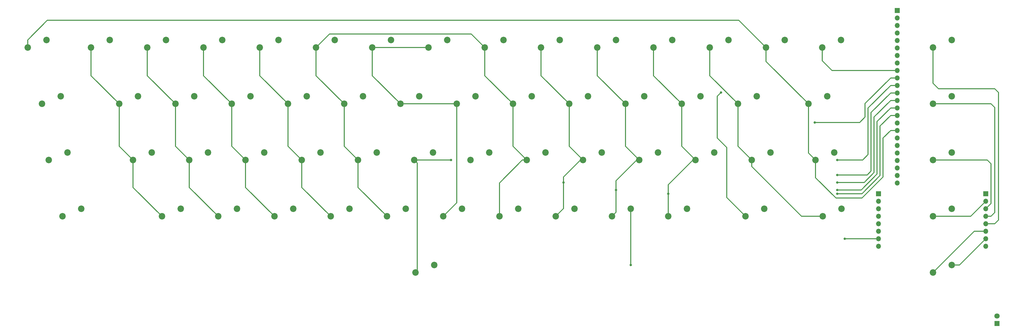
<source format=gbr>
G04 #@! TF.GenerationSoftware,KiCad,Pcbnew,(6.0.1)*
G04 #@! TF.CreationDate,2022-06-17T23:43:58+01:00*
G04 #@! TF.ProjectId,Project Helena,50726f6a-6563-4742-9048-656c656e612e,D*
G04 #@! TF.SameCoordinates,Original*
G04 #@! TF.FileFunction,Copper,L1,Top*
G04 #@! TF.FilePolarity,Positive*
%FSLAX46Y46*%
G04 Gerber Fmt 4.6, Leading zero omitted, Abs format (unit mm)*
G04 Created by KiCad (PCBNEW (6.0.1)) date 2022-06-17 23:43:58*
%MOMM*%
%LPD*%
G01*
G04 APERTURE LIST*
G04 #@! TA.AperFunction,ComponentPad*
%ADD10C,2.200000*%
G04 #@! TD*
G04 #@! TA.AperFunction,ComponentPad*
%ADD11R,1.700000X1.700000*%
G04 #@! TD*
G04 #@! TA.AperFunction,ComponentPad*
%ADD12O,1.700000X1.700000*%
G04 #@! TD*
G04 #@! TA.AperFunction,ComponentPad*
%ADD13R,1.800000X1.800000*%
G04 #@! TD*
G04 #@! TA.AperFunction,ComponentPad*
%ADD14C,1.800000*%
G04 #@! TD*
G04 #@! TA.AperFunction,ViaPad*
%ADD15C,0.800000*%
G04 #@! TD*
G04 #@! TA.AperFunction,Conductor*
%ADD16C,0.304800*%
G04 #@! TD*
G04 APERTURE END LIST*
D10*
X314960000Y-80010000D03*
X308610000Y-82550000D03*
X52959000Y-118110000D03*
X46609000Y-120650000D03*
X181610000Y-80010000D03*
X175260000Y-82550000D03*
X162560000Y-80010000D03*
X156210000Y-82550000D03*
X191135000Y-99060000D03*
X184785000Y-101600000D03*
X172085000Y-99060000D03*
X165735000Y-101600000D03*
X186563000Y-137160000D03*
X180213000Y-139700000D03*
X195834000Y-118110000D03*
X189484000Y-120650000D03*
X176784000Y-118110000D03*
X170434000Y-120650000D03*
X177165000Y-156210000D03*
X170815000Y-158750000D03*
X352425000Y-156210000D03*
X346075000Y-158750000D03*
X200660000Y-80010000D03*
X194310000Y-82550000D03*
X143510000Y-80010000D03*
X137160000Y-82550000D03*
X210185000Y-99060000D03*
X203835000Y-101600000D03*
X153035000Y-99060000D03*
X146685000Y-101600000D03*
X214884000Y-118110000D03*
X208534000Y-120650000D03*
X157734000Y-118110000D03*
X151384000Y-120650000D03*
X205613000Y-137160000D03*
X199263000Y-139700000D03*
X167513000Y-137160000D03*
X161163000Y-139700000D03*
X352425000Y-137160000D03*
X346075000Y-139700000D03*
X219710000Y-80010000D03*
X213360000Y-82550000D03*
X124460000Y-80010000D03*
X118110000Y-82550000D03*
X229235000Y-99060000D03*
X222885000Y-101600000D03*
X133985000Y-99060000D03*
X127635000Y-101600000D03*
X233934000Y-118110000D03*
X227584000Y-120650000D03*
X138684000Y-118110000D03*
X132334000Y-120650000D03*
X224663000Y-137160000D03*
X218313000Y-139700000D03*
X148463000Y-137160000D03*
X142113000Y-139700000D03*
X352425000Y-118110000D03*
X346075000Y-120650000D03*
X238760000Y-80010000D03*
X232410000Y-82550000D03*
X105410000Y-80010000D03*
X99060000Y-82550000D03*
X248285000Y-99060000D03*
X241935000Y-101600000D03*
X114935000Y-99060000D03*
X108585000Y-101600000D03*
X252984000Y-118110000D03*
X246634000Y-120650000D03*
X119634000Y-118110000D03*
X113284000Y-120650000D03*
X243713000Y-137160000D03*
X237363000Y-139700000D03*
X129413000Y-137160000D03*
X123063000Y-139700000D03*
X352425000Y-99060000D03*
X346075000Y-101600000D03*
X257810000Y-80010000D03*
X251460000Y-82550000D03*
X86360000Y-80010000D03*
X80010000Y-82550000D03*
X267335000Y-99060000D03*
X260985000Y-101600000D03*
X95885000Y-99060000D03*
X89535000Y-101600000D03*
X272034000Y-118110000D03*
X265684000Y-120650000D03*
X100584000Y-118110000D03*
X94234000Y-120650000D03*
X262763000Y-137160000D03*
X256413000Y-139700000D03*
X110363000Y-137160000D03*
X104013000Y-139700000D03*
X276860000Y-80010000D03*
X270510000Y-82550000D03*
X67310000Y-80010000D03*
X60960000Y-82550000D03*
X286385000Y-99060000D03*
X280035000Y-101600000D03*
X76835000Y-99060000D03*
X70485000Y-101600000D03*
X291084000Y-118110000D03*
X284734000Y-120650000D03*
X81534000Y-118110000D03*
X75184000Y-120650000D03*
X315087000Y-137160000D03*
X308737000Y-139700000D03*
X91313000Y-137160000D03*
X84963000Y-139700000D03*
X295910000Y-80010000D03*
X289560000Y-82550000D03*
X45847000Y-80010000D03*
X39497000Y-82550000D03*
X310261000Y-99060000D03*
X303911000Y-101600000D03*
X50673000Y-99060000D03*
X44323000Y-101600000D03*
X312674000Y-118110000D03*
X306324000Y-120650000D03*
X288925000Y-137160000D03*
X282575000Y-139700000D03*
X57658000Y-137160000D03*
X51308000Y-139700000D03*
D11*
X327660000Y-132080000D03*
D12*
X327660000Y-134620000D03*
X327660000Y-137160000D03*
X327660000Y-139700000D03*
X327660000Y-142240000D03*
X327660000Y-144780000D03*
X327660000Y-147320000D03*
X327660000Y-149860000D03*
D11*
X364000000Y-132080000D03*
D12*
X364000000Y-134620000D03*
X364000000Y-137160000D03*
X364000000Y-139700000D03*
X364000000Y-142240000D03*
X364000000Y-144780000D03*
X364000000Y-147320000D03*
X364000000Y-149860000D03*
D10*
X352425000Y-80010000D03*
X346075000Y-82550000D03*
D13*
X367820000Y-175971000D03*
D14*
X367820000Y-173431000D03*
D11*
X334000000Y-70000000D03*
D12*
X334000000Y-72540000D03*
X334000000Y-75080000D03*
X334000000Y-77620000D03*
X334000000Y-80160000D03*
X334000000Y-82700000D03*
X334000000Y-85240000D03*
X334000000Y-87780000D03*
X334000000Y-90320000D03*
X334000000Y-92860000D03*
X334000000Y-95400000D03*
X334000000Y-97940000D03*
X334000000Y-100480000D03*
X334000000Y-103020000D03*
X334000000Y-105560000D03*
X334000000Y-108100000D03*
X334000000Y-110640000D03*
X334000000Y-113180000D03*
X334000000Y-115720000D03*
X334000000Y-118260000D03*
X334000000Y-120800000D03*
X334000000Y-123340000D03*
X334000000Y-125880000D03*
X334000000Y-128420000D03*
D15*
X243713000Y-156210000D03*
X316230000Y-147320000D03*
X274320000Y-97790000D03*
X306070000Y-107950000D03*
X182880000Y-120650000D03*
X313690000Y-120650000D03*
X313690000Y-125730000D03*
X313690000Y-128270000D03*
X220980000Y-128270000D03*
X313690000Y-130810000D03*
X238760000Y-130810000D03*
X313690000Y-132080000D03*
X256413000Y-132080000D03*
D16*
X243713000Y-137160000D02*
X243713000Y-156210000D01*
X316230000Y-147320000D02*
X327660000Y-147320000D01*
X311892000Y-90320000D02*
X308610000Y-87038000D01*
X276225000Y-133350000D02*
X276225000Y-116375000D01*
X334000000Y-90320000D02*
X311892000Y-90320000D01*
X273078000Y-99032000D02*
X274320000Y-97790000D01*
X282575000Y-139700000D02*
X276225000Y-133350000D01*
X273078000Y-113228000D02*
X273078000Y-99032000D01*
X276225000Y-116375000D02*
X273078000Y-113228000D01*
X308610000Y-82550000D02*
X308610000Y-87038000D01*
X323116000Y-106116000D02*
X321282000Y-107950000D01*
X334000000Y-92860000D02*
X331800000Y-92860000D01*
X156210000Y-82550000D02*
X156210000Y-92075000D01*
X306070000Y-107950000D02*
X312138000Y-107950000D01*
X184785000Y-101600000D02*
X184785000Y-135128000D01*
X331800000Y-92860000D02*
X323116000Y-101544000D01*
X156210000Y-92075000D02*
X165735000Y-101600000D01*
X165735000Y-101600000D02*
X184785000Y-101600000D01*
X184785000Y-135128000D02*
X180213000Y-139700000D01*
X323116000Y-101544000D02*
X323116000Y-106116000D01*
X321282000Y-107950000D02*
X312138000Y-107950000D01*
X175260000Y-82550000D02*
X156210000Y-82550000D01*
X324132000Y-103068000D02*
X324132000Y-118816000D01*
X170434000Y-120650000D02*
X182880000Y-120650000D01*
X171450000Y-121666000D02*
X170434000Y-120650000D01*
X170815000Y-158750000D02*
X171450000Y-158115000D01*
X331800000Y-95400000D02*
X324132000Y-103068000D01*
X324132000Y-118816000D02*
X322298000Y-120650000D01*
X334000000Y-95400000D02*
X331800000Y-95400000D01*
X322298000Y-120650000D02*
X313690000Y-120650000D01*
X171450000Y-158115000D02*
X171450000Y-121666000D01*
X161163000Y-139700000D02*
X151384000Y-129921000D01*
X137160000Y-92075000D02*
X137160000Y-82550000D01*
X194310000Y-92075000D02*
X203835000Y-101600000D01*
X194310000Y-82550000D02*
X194310000Y-92075000D01*
X325148000Y-104592000D02*
X325148000Y-124404000D01*
X208534000Y-120650000D02*
X207010000Y-120650000D01*
X194310000Y-82550000D02*
X189738011Y-77978011D01*
X199263000Y-128397000D02*
X199263000Y-139700000D01*
X146685000Y-115951000D02*
X146685000Y-101600000D01*
X203835000Y-115951000D02*
X208534000Y-120650000D01*
X189738011Y-77978011D02*
X141731989Y-77978011D01*
X151384000Y-120650000D02*
X146685000Y-115951000D01*
X141731989Y-77978011D02*
X137160000Y-82550000D01*
X203835000Y-101600000D02*
X203835000Y-115951000D01*
X331800000Y-97940000D02*
X325148000Y-104592000D01*
X207010000Y-120650000D02*
X199263000Y-128397000D01*
X146685000Y-101600000D02*
X137160000Y-92075000D01*
X151384000Y-129921000D02*
X151384000Y-120650000D01*
X334000000Y-97940000D02*
X331800000Y-97940000D01*
X325148000Y-124404000D02*
X323822000Y-125730000D01*
X323822000Y-125730000D02*
X313690000Y-125730000D01*
X220980000Y-126365000D02*
X220980000Y-128270000D01*
X322806000Y-128270000D02*
X313690000Y-128270000D01*
X334000000Y-100480000D02*
X331800000Y-100480000D01*
X226695000Y-120650000D02*
X220980000Y-126365000D01*
X331800000Y-100480000D02*
X326164000Y-106116000D01*
X213360000Y-92075000D02*
X222885000Y-101600000D01*
X142113000Y-139700000D02*
X132334000Y-129921000D01*
X227584000Y-120650000D02*
X222885000Y-115951000D01*
X118110000Y-82550000D02*
X118110000Y-92075000D01*
X220980000Y-128270000D02*
X220980000Y-137033000D01*
X222885000Y-115951000D02*
X222885000Y-101600000D01*
X127635000Y-115951000D02*
X132334000Y-120650000D01*
X326164000Y-106116000D02*
X326164000Y-124912000D01*
X213360000Y-82550000D02*
X213360000Y-92075000D01*
X118110000Y-92075000D02*
X127635000Y-101600000D01*
X227584000Y-120650000D02*
X226695000Y-120650000D01*
X220980000Y-137033000D02*
X218313000Y-139700000D01*
X326164000Y-124912000D02*
X322806000Y-128270000D01*
X127635000Y-101600000D02*
X127635000Y-115951000D01*
X132334000Y-129921000D02*
X132334000Y-120650000D01*
X246634000Y-120650000D02*
X245745000Y-120650000D01*
X327180000Y-125420000D02*
X321790000Y-130810000D01*
X99060000Y-82550000D02*
X99060000Y-92075000D01*
X232410000Y-92075000D02*
X241935000Y-101600000D01*
X327180000Y-107640000D02*
X327180000Y-125420000D01*
X113284000Y-120650000D02*
X113284000Y-129921000D01*
X334000000Y-103020000D02*
X331800000Y-103020000D01*
X238760000Y-130810000D02*
X238760000Y-138303000D01*
X113284000Y-129921000D02*
X123063000Y-139700000D01*
X108585000Y-115951000D02*
X113284000Y-120650000D01*
X238760000Y-138303000D02*
X237363000Y-139700000D01*
X241935000Y-115951000D02*
X246634000Y-120650000D01*
X108585000Y-101600000D02*
X108585000Y-115951000D01*
X241935000Y-101600000D02*
X241935000Y-115951000D01*
X331800000Y-103020000D02*
X327180000Y-107640000D01*
X245745000Y-120650000D02*
X238760000Y-127635000D01*
X232410000Y-82550000D02*
X232410000Y-92075000D01*
X321790000Y-130810000D02*
X313690000Y-130810000D01*
X238760000Y-127635000D02*
X238760000Y-130810000D01*
X99060000Y-92075000D02*
X108585000Y-101600000D01*
X328196000Y-125928000D02*
X328196000Y-109164000D01*
X265684000Y-120650000D02*
X260985000Y-115951000D01*
X260985000Y-101600000D02*
X251460000Y-92075000D01*
X94234000Y-129921000D02*
X94234000Y-120650000D01*
X89535000Y-101600000D02*
X80010000Y-92075000D01*
X313690000Y-132080000D02*
X322044000Y-132080000D01*
X89535000Y-115951000D02*
X89535000Y-101600000D01*
X251460000Y-92075000D02*
X251460000Y-82550000D01*
X328196000Y-109164000D02*
X331800000Y-105560000D01*
X264795000Y-120650000D02*
X265684000Y-120650000D01*
X256413000Y-129032000D02*
X264795000Y-120650000D01*
X331800000Y-105560000D02*
X334000000Y-105560000D01*
X322044000Y-132080000D02*
X328196000Y-125928000D01*
X260985000Y-115951000D02*
X260985000Y-101600000D01*
X80010000Y-92075000D02*
X80010000Y-82550000D01*
X256413000Y-139700000D02*
X256413000Y-132080000D01*
X256413000Y-132080000D02*
X256413000Y-129032000D01*
X104013000Y-139700000D02*
X94234000Y-129921000D01*
X94234000Y-120650000D02*
X89535000Y-115951000D01*
X60960000Y-92075000D02*
X70485000Y-101600000D01*
X75184000Y-129921000D02*
X84963000Y-139700000D01*
X60960000Y-82550000D02*
X60960000Y-92075000D01*
X70485000Y-115951000D02*
X75184000Y-120650000D01*
X280035000Y-101600000D02*
X280035000Y-115951000D01*
X280035000Y-101600000D02*
X270510000Y-92075000D01*
X270510000Y-92075000D02*
X270510000Y-82550000D01*
X280035000Y-115951000D02*
X284734000Y-120650000D01*
X284734000Y-120650000D02*
X284734000Y-122866290D01*
X301567710Y-139700000D02*
X308737000Y-139700000D01*
X284734000Y-122866290D02*
X301567710Y-139700000D01*
X75184000Y-120650000D02*
X75184000Y-129921000D01*
X70485000Y-101600000D02*
X70485000Y-115951000D01*
X331800000Y-110640000D02*
X334000000Y-110640000D01*
X289560000Y-87249000D02*
X289560000Y-82550000D01*
X303911000Y-101600000D02*
X289560000Y-87249000D01*
X303911000Y-118237000D02*
X303911000Y-101600000D01*
X289560000Y-82550000D02*
X280360000Y-73350000D01*
X39497000Y-79999415D02*
X39497000Y-82550000D01*
X306324000Y-120650000D02*
X303911000Y-118237000D01*
X306324000Y-126619000D02*
X313253000Y-133548000D01*
X46146415Y-73350000D02*
X39497000Y-79999415D01*
X322100000Y-133548000D02*
X329212000Y-126436000D01*
X306324000Y-120650000D02*
X306324000Y-126619000D01*
X329212000Y-113228000D02*
X331800000Y-110640000D01*
X329212000Y-126436000D02*
X329212000Y-113228000D01*
X280360000Y-73350000D02*
X46146415Y-73350000D01*
X313253000Y-133548000D02*
X322100000Y-133548000D01*
X358920000Y-139700000D02*
X364000000Y-134620000D01*
X346075000Y-139700000D02*
X358920000Y-139700000D01*
X364000000Y-137160000D02*
X365760000Y-135400000D01*
X365760000Y-121920000D02*
X364490000Y-120650000D01*
X365760000Y-135400000D02*
X365760000Y-121920000D01*
X364490000Y-120650000D02*
X346075000Y-120650000D01*
X365760000Y-139700000D02*
X367030000Y-138430000D01*
X365760000Y-101600000D02*
X346075000Y-101600000D01*
X364000000Y-139700000D02*
X365760000Y-139700000D01*
X367030000Y-138430000D02*
X367030000Y-102870000D01*
X367030000Y-102870000D02*
X365760000Y-101600000D01*
X368300000Y-97790000D02*
X367030000Y-96520000D01*
X347980000Y-96520000D02*
X346075000Y-94615000D01*
X367030000Y-142240000D02*
X368300000Y-140970000D01*
X368300000Y-140970000D02*
X368300000Y-97790000D01*
X364000000Y-142240000D02*
X367030000Y-142240000D01*
X346075000Y-94615000D02*
X346075000Y-82550000D01*
X367030000Y-96520000D02*
X347980000Y-96520000D01*
X360045000Y-144780000D02*
X346075000Y-158750000D01*
X364000000Y-144780000D02*
X360045000Y-144780000D01*
X364000000Y-147320000D02*
X355110000Y-156210000D01*
X355110000Y-156210000D02*
X352425000Y-156210000D01*
M02*

</source>
